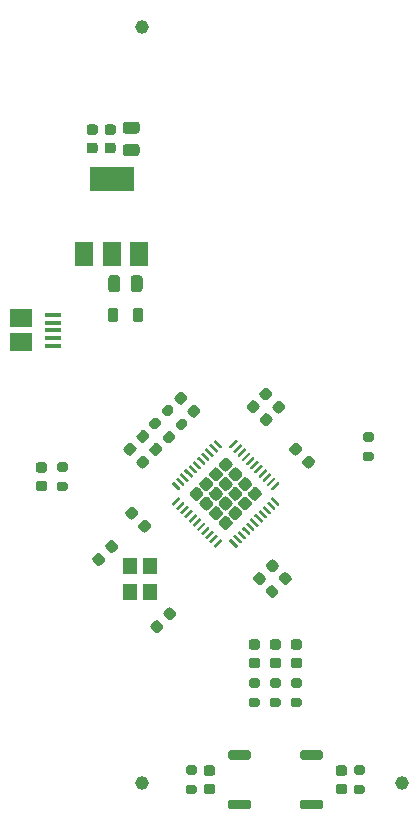
<source format=gbr>
%TF.GenerationSoftware,KiCad,Pcbnew,(5.1.8)-1*%
%TF.CreationDate,2021-01-03T14:31:24+10:00*%
%TF.ProjectId,OpenRetroPad,4f70656e-5265-4747-926f-5061642e6b69,rev?*%
%TF.SameCoordinates,Original*%
%TF.FileFunction,Paste,Top*%
%TF.FilePolarity,Positive*%
%FSLAX46Y46*%
G04 Gerber Fmt 4.6, Leading zero omitted, Abs format (unit mm)*
G04 Created by KiCad (PCBNEW (5.1.8)-1) date 2021-01-03 14:31:24*
%MOMM*%
%LPD*%
G01*
G04 APERTURE LIST*
%ADD10C,1.152000*%
%ADD11R,1.900000X1.500000*%
%ADD12R,1.350000X0.400000*%
%ADD13R,1.200000X1.400000*%
%ADD14R,3.800000X2.000000*%
%ADD15R,1.500000X2.000000*%
G04 APERTURE END LIST*
D10*
%TO.C,FID3*%
X140760000Y-126230000D03*
%TD*%
%TO.C,FID2*%
X118760000Y-126230000D03*
%TD*%
%TO.C,FID1*%
X118760000Y-62230000D03*
%TD*%
%TO.C,R9*%
G36*
G01*
X112289000Y-99905000D02*
X111739000Y-99905000D01*
G75*
G02*
X111539000Y-99705000I0J200000D01*
G01*
X111539000Y-99305000D01*
G75*
G02*
X111739000Y-99105000I200000J0D01*
G01*
X112289000Y-99105000D01*
G75*
G02*
X112489000Y-99305000I0J-200000D01*
G01*
X112489000Y-99705000D01*
G75*
G02*
X112289000Y-99905000I-200000J0D01*
G01*
G37*
G36*
G01*
X112289000Y-101555000D02*
X111739000Y-101555000D01*
G75*
G02*
X111539000Y-101355000I0J200000D01*
G01*
X111539000Y-100955000D01*
G75*
G02*
X111739000Y-100755000I200000J0D01*
G01*
X112289000Y-100755000D01*
G75*
G02*
X112489000Y-100955000I0J-200000D01*
G01*
X112489000Y-101355000D01*
G75*
G02*
X112289000Y-101555000I-200000J0D01*
G01*
G37*
%TD*%
%TO.C,D4*%
G36*
G01*
X110492250Y-99980000D02*
X109979750Y-99980000D01*
G75*
G02*
X109761000Y-99761250I0J218750D01*
G01*
X109761000Y-99323750D01*
G75*
G02*
X109979750Y-99105000I218750J0D01*
G01*
X110492250Y-99105000D01*
G75*
G02*
X110711000Y-99323750I0J-218750D01*
G01*
X110711000Y-99761250D01*
G75*
G02*
X110492250Y-99980000I-218750J0D01*
G01*
G37*
G36*
G01*
X110492250Y-101555000D02*
X109979750Y-101555000D01*
G75*
G02*
X109761000Y-101336250I0J218750D01*
G01*
X109761000Y-100898750D01*
G75*
G02*
X109979750Y-100680000I218750J0D01*
G01*
X110492250Y-100680000D01*
G75*
G02*
X110711000Y-100898750I0J-218750D01*
G01*
X110711000Y-101336250D01*
G75*
G02*
X110492250Y-101555000I-218750J0D01*
G01*
G37*
%TD*%
%TO.C,R8*%
G36*
G01*
X130323000Y-118193000D02*
X129773000Y-118193000D01*
G75*
G02*
X129573000Y-117993000I0J200000D01*
G01*
X129573000Y-117593000D01*
G75*
G02*
X129773000Y-117393000I200000J0D01*
G01*
X130323000Y-117393000D01*
G75*
G02*
X130523000Y-117593000I0J-200000D01*
G01*
X130523000Y-117993000D01*
G75*
G02*
X130323000Y-118193000I-200000J0D01*
G01*
G37*
G36*
G01*
X130323000Y-119843000D02*
X129773000Y-119843000D01*
G75*
G02*
X129573000Y-119643000I0J200000D01*
G01*
X129573000Y-119243000D01*
G75*
G02*
X129773000Y-119043000I200000J0D01*
G01*
X130323000Y-119043000D01*
G75*
G02*
X130523000Y-119243000I0J-200000D01*
G01*
X130523000Y-119643000D01*
G75*
G02*
X130323000Y-119843000I-200000J0D01*
G01*
G37*
%TD*%
%TO.C,R7*%
G36*
G01*
X128545000Y-118193000D02*
X127995000Y-118193000D01*
G75*
G02*
X127795000Y-117993000I0J200000D01*
G01*
X127795000Y-117593000D01*
G75*
G02*
X127995000Y-117393000I200000J0D01*
G01*
X128545000Y-117393000D01*
G75*
G02*
X128745000Y-117593000I0J-200000D01*
G01*
X128745000Y-117993000D01*
G75*
G02*
X128545000Y-118193000I-200000J0D01*
G01*
G37*
G36*
G01*
X128545000Y-119843000D02*
X127995000Y-119843000D01*
G75*
G02*
X127795000Y-119643000I0J200000D01*
G01*
X127795000Y-119243000D01*
G75*
G02*
X127995000Y-119043000I200000J0D01*
G01*
X128545000Y-119043000D01*
G75*
G02*
X128745000Y-119243000I0J-200000D01*
G01*
X128745000Y-119643000D01*
G75*
G02*
X128545000Y-119843000I-200000J0D01*
G01*
G37*
%TD*%
%TO.C,D3*%
G36*
G01*
X129791750Y-115666000D02*
X130304250Y-115666000D01*
G75*
G02*
X130523000Y-115884750I0J-218750D01*
G01*
X130523000Y-116322250D01*
G75*
G02*
X130304250Y-116541000I-218750J0D01*
G01*
X129791750Y-116541000D01*
G75*
G02*
X129573000Y-116322250I0J218750D01*
G01*
X129573000Y-115884750D01*
G75*
G02*
X129791750Y-115666000I218750J0D01*
G01*
G37*
G36*
G01*
X129791750Y-114091000D02*
X130304250Y-114091000D01*
G75*
G02*
X130523000Y-114309750I0J-218750D01*
G01*
X130523000Y-114747250D01*
G75*
G02*
X130304250Y-114966000I-218750J0D01*
G01*
X129791750Y-114966000D01*
G75*
G02*
X129573000Y-114747250I0J218750D01*
G01*
X129573000Y-114309750D01*
G75*
G02*
X129791750Y-114091000I218750J0D01*
G01*
G37*
%TD*%
%TO.C,D2*%
G36*
G01*
X128013750Y-115666000D02*
X128526250Y-115666000D01*
G75*
G02*
X128745000Y-115884750I0J-218750D01*
G01*
X128745000Y-116322250D01*
G75*
G02*
X128526250Y-116541000I-218750J0D01*
G01*
X128013750Y-116541000D01*
G75*
G02*
X127795000Y-116322250I0J218750D01*
G01*
X127795000Y-115884750D01*
G75*
G02*
X128013750Y-115666000I218750J0D01*
G01*
G37*
G36*
G01*
X128013750Y-114091000D02*
X128526250Y-114091000D01*
G75*
G02*
X128745000Y-114309750I0J-218750D01*
G01*
X128745000Y-114747250D01*
G75*
G02*
X128526250Y-114966000I-218750J0D01*
G01*
X128013750Y-114966000D01*
G75*
G02*
X127795000Y-114747250I0J218750D01*
G01*
X127795000Y-114309750D01*
G75*
G02*
X128013750Y-114091000I218750J0D01*
G01*
G37*
%TD*%
%TO.C,SW1*%
G36*
G01*
X132296000Y-123484000D02*
X133896000Y-123484000D01*
G75*
G02*
X134096000Y-123684000I0J-200000D01*
G01*
X134096000Y-124084000D01*
G75*
G02*
X133896000Y-124284000I-200000J0D01*
G01*
X132296000Y-124284000D01*
G75*
G02*
X132096000Y-124084000I0J200000D01*
G01*
X132096000Y-123684000D01*
G75*
G02*
X132296000Y-123484000I200000J0D01*
G01*
G37*
G36*
G01*
X132296000Y-127684000D02*
X133896000Y-127684000D01*
G75*
G02*
X134096000Y-127884000I0J-200000D01*
G01*
X134096000Y-128284000D01*
G75*
G02*
X133896000Y-128484000I-200000J0D01*
G01*
X132296000Y-128484000D01*
G75*
G02*
X132096000Y-128284000I0J200000D01*
G01*
X132096000Y-127884000D01*
G75*
G02*
X132296000Y-127684000I200000J0D01*
G01*
G37*
%TD*%
%TO.C,SW2*%
G36*
G01*
X126200000Y-123484000D02*
X127800000Y-123484000D01*
G75*
G02*
X128000000Y-123684000I0J-200000D01*
G01*
X128000000Y-124084000D01*
G75*
G02*
X127800000Y-124284000I-200000J0D01*
G01*
X126200000Y-124284000D01*
G75*
G02*
X126000000Y-124084000I0J200000D01*
G01*
X126000000Y-123684000D01*
G75*
G02*
X126200000Y-123484000I200000J0D01*
G01*
G37*
G36*
G01*
X126200000Y-127684000D02*
X127800000Y-127684000D01*
G75*
G02*
X128000000Y-127884000I0J-200000D01*
G01*
X128000000Y-128284000D01*
G75*
G02*
X127800000Y-128484000I-200000J0D01*
G01*
X126200000Y-128484000D01*
G75*
G02*
X126000000Y-128284000I0J200000D01*
G01*
X126000000Y-127884000D01*
G75*
G02*
X126200000Y-127684000I200000J0D01*
G01*
G37*
%TD*%
D11*
%TO.C,J1*%
X108522500Y-86930000D03*
D12*
X111222500Y-87930000D03*
X111222500Y-88580000D03*
X111222500Y-89230000D03*
X111222500Y-86630000D03*
X111222500Y-87280000D03*
D11*
X108522500Y-88930000D03*
%TD*%
D13*
%TO.C,Y1*%
X117768000Y-110066000D03*
X117768000Y-107866000D03*
X119468000Y-107866000D03*
X119468000Y-110066000D03*
%TD*%
%TO.C,R6*%
G36*
G01*
X138197000Y-97365000D02*
X137647000Y-97365000D01*
G75*
G02*
X137447000Y-97165000I0J200000D01*
G01*
X137447000Y-96765000D01*
G75*
G02*
X137647000Y-96565000I200000J0D01*
G01*
X138197000Y-96565000D01*
G75*
G02*
X138397000Y-96765000I0J-200000D01*
G01*
X138397000Y-97165000D01*
G75*
G02*
X138197000Y-97365000I-200000J0D01*
G01*
G37*
G36*
G01*
X138197000Y-99015000D02*
X137647000Y-99015000D01*
G75*
G02*
X137447000Y-98815000I0J200000D01*
G01*
X137447000Y-98415000D01*
G75*
G02*
X137647000Y-98215000I200000J0D01*
G01*
X138197000Y-98215000D01*
G75*
G02*
X138397000Y-98415000I0J-200000D01*
G01*
X138397000Y-98815000D01*
G75*
G02*
X138197000Y-99015000I-200000J0D01*
G01*
G37*
%TD*%
%TO.C,U2*%
G36*
G01*
X125303560Y-104065403D02*
X125656156Y-103712807D01*
G75*
G02*
X126008752Y-103712807I176298J-176298D01*
G01*
X126361348Y-104065403D01*
G75*
G02*
X126361348Y-104417999I-176298J-176298D01*
G01*
X126008752Y-104770595D01*
G75*
G02*
X125656156Y-104770595I-176298J176298D01*
G01*
X125303560Y-104417999D01*
G75*
G02*
X125303560Y-104065403I176298J176298D01*
G01*
G37*
G36*
G01*
X126125572Y-103243391D02*
X126478168Y-102890795D01*
G75*
G02*
X126830764Y-102890795I176298J-176298D01*
G01*
X127183360Y-103243391D01*
G75*
G02*
X127183360Y-103595987I-176298J-176298D01*
G01*
X126830764Y-103948583D01*
G75*
G02*
X126478168Y-103948583I-176298J176298D01*
G01*
X126125572Y-103595987D01*
G75*
G02*
X126125572Y-103243391I176298J176298D01*
G01*
G37*
G36*
G01*
X126947583Y-102421380D02*
X127300179Y-102068784D01*
G75*
G02*
X127652775Y-102068784I176298J-176298D01*
G01*
X128005371Y-102421380D01*
G75*
G02*
X128005371Y-102773976I-176298J-176298D01*
G01*
X127652775Y-103126572D01*
G75*
G02*
X127300179Y-103126572I-176298J176298D01*
G01*
X126947583Y-102773976D01*
G75*
G02*
X126947583Y-102421380I176298J176298D01*
G01*
G37*
G36*
G01*
X127769595Y-101599368D02*
X128122191Y-101246772D01*
G75*
G02*
X128474787Y-101246772I176298J-176298D01*
G01*
X128827383Y-101599368D01*
G75*
G02*
X128827383Y-101951964I-176298J-176298D01*
G01*
X128474787Y-102304560D01*
G75*
G02*
X128122191Y-102304560I-176298J176298D01*
G01*
X127769595Y-101951964D01*
G75*
G02*
X127769595Y-101599368I176298J176298D01*
G01*
G37*
G36*
G01*
X124481548Y-103243391D02*
X124834144Y-102890795D01*
G75*
G02*
X125186740Y-102890795I176298J-176298D01*
G01*
X125539336Y-103243391D01*
G75*
G02*
X125539336Y-103595987I-176298J-176298D01*
G01*
X125186740Y-103948583D01*
G75*
G02*
X124834144Y-103948583I-176298J176298D01*
G01*
X124481548Y-103595987D01*
G75*
G02*
X124481548Y-103243391I176298J176298D01*
G01*
G37*
G36*
G01*
X125303560Y-102421380D02*
X125656156Y-102068784D01*
G75*
G02*
X126008752Y-102068784I176298J-176298D01*
G01*
X126361348Y-102421380D01*
G75*
G02*
X126361348Y-102773976I-176298J-176298D01*
G01*
X126008752Y-103126572D01*
G75*
G02*
X125656156Y-103126572I-176298J176298D01*
G01*
X125303560Y-102773976D01*
G75*
G02*
X125303560Y-102421380I176298J176298D01*
G01*
G37*
G36*
G01*
X126125572Y-101599368D02*
X126478168Y-101246772D01*
G75*
G02*
X126830764Y-101246772I176298J-176298D01*
G01*
X127183360Y-101599368D01*
G75*
G02*
X127183360Y-101951964I-176298J-176298D01*
G01*
X126830764Y-102304560D01*
G75*
G02*
X126478168Y-102304560I-176298J176298D01*
G01*
X126125572Y-101951964D01*
G75*
G02*
X126125572Y-101599368I176298J176298D01*
G01*
G37*
G36*
G01*
X126947583Y-100777356D02*
X127300179Y-100424760D01*
G75*
G02*
X127652775Y-100424760I176298J-176298D01*
G01*
X128005371Y-100777356D01*
G75*
G02*
X128005371Y-101129952I-176298J-176298D01*
G01*
X127652775Y-101482548D01*
G75*
G02*
X127300179Y-101482548I-176298J176298D01*
G01*
X126947583Y-101129952D01*
G75*
G02*
X126947583Y-100777356I176298J176298D01*
G01*
G37*
G36*
G01*
X123659537Y-102421380D02*
X124012133Y-102068784D01*
G75*
G02*
X124364729Y-102068784I176298J-176298D01*
G01*
X124717325Y-102421380D01*
G75*
G02*
X124717325Y-102773976I-176298J-176298D01*
G01*
X124364729Y-103126572D01*
G75*
G02*
X124012133Y-103126572I-176298J176298D01*
G01*
X123659537Y-102773976D01*
G75*
G02*
X123659537Y-102421380I176298J176298D01*
G01*
G37*
G36*
G01*
X124481548Y-101599368D02*
X124834144Y-101246772D01*
G75*
G02*
X125186740Y-101246772I176298J-176298D01*
G01*
X125539336Y-101599368D01*
G75*
G02*
X125539336Y-101951964I-176298J-176298D01*
G01*
X125186740Y-102304560D01*
G75*
G02*
X124834144Y-102304560I-176298J176298D01*
G01*
X124481548Y-101951964D01*
G75*
G02*
X124481548Y-101599368I176298J176298D01*
G01*
G37*
G36*
G01*
X125303560Y-100777356D02*
X125656156Y-100424760D01*
G75*
G02*
X126008752Y-100424760I176298J-176298D01*
G01*
X126361348Y-100777356D01*
G75*
G02*
X126361348Y-101129952I-176298J-176298D01*
G01*
X126008752Y-101482548D01*
G75*
G02*
X125656156Y-101482548I-176298J176298D01*
G01*
X125303560Y-101129952D01*
G75*
G02*
X125303560Y-100777356I176298J176298D01*
G01*
G37*
G36*
G01*
X126125572Y-99955345D02*
X126478168Y-99602749D01*
G75*
G02*
X126830764Y-99602749I176298J-176298D01*
G01*
X127183360Y-99955345D01*
G75*
G02*
X127183360Y-100307941I-176298J-176298D01*
G01*
X126830764Y-100660537D01*
G75*
G02*
X126478168Y-100660537I-176298J176298D01*
G01*
X126125572Y-100307941D01*
G75*
G02*
X126125572Y-99955345I176298J176298D01*
G01*
G37*
G36*
G01*
X122837525Y-101599368D02*
X123190121Y-101246772D01*
G75*
G02*
X123542717Y-101246772I176298J-176298D01*
G01*
X123895313Y-101599368D01*
G75*
G02*
X123895313Y-101951964I-176298J-176298D01*
G01*
X123542717Y-102304560D01*
G75*
G02*
X123190121Y-102304560I-176298J176298D01*
G01*
X122837525Y-101951964D01*
G75*
G02*
X122837525Y-101599368I176298J176298D01*
G01*
G37*
G36*
G01*
X123659537Y-100777356D02*
X124012133Y-100424760D01*
G75*
G02*
X124364729Y-100424760I176298J-176298D01*
G01*
X124717325Y-100777356D01*
G75*
G02*
X124717325Y-101129952I-176298J-176298D01*
G01*
X124364729Y-101482548D01*
G75*
G02*
X124012133Y-101482548I-176298J176298D01*
G01*
X123659537Y-101129952D01*
G75*
G02*
X123659537Y-100777356I176298J176298D01*
G01*
G37*
G36*
G01*
X124481548Y-99955345D02*
X124834144Y-99602749D01*
G75*
G02*
X125186740Y-99602749I176298J-176298D01*
G01*
X125539336Y-99955345D01*
G75*
G02*
X125539336Y-100307941I-176298J-176298D01*
G01*
X125186740Y-100660537D01*
G75*
G02*
X124834144Y-100660537I-176298J176298D01*
G01*
X124481548Y-100307941D01*
G75*
G02*
X124481548Y-99955345I176298J176298D01*
G01*
G37*
G36*
G01*
X125303560Y-99133333D02*
X125656156Y-98780737D01*
G75*
G02*
X126008752Y-98780737I176298J-176298D01*
G01*
X126361348Y-99133333D01*
G75*
G02*
X126361348Y-99485929I-176298J-176298D01*
G01*
X126008752Y-99838525D01*
G75*
G02*
X125656156Y-99838525I-176298J176298D01*
G01*
X125303560Y-99485929D01*
G75*
G02*
X125303560Y-99133333I176298J176298D01*
G01*
G37*
G36*
G01*
X126141814Y-97753996D02*
X126672144Y-97223666D01*
G75*
G02*
X126760532Y-97223666I44194J-44194D01*
G01*
X126848920Y-97312054D01*
G75*
G02*
X126848920Y-97400442I-44194J-44194D01*
G01*
X126318590Y-97930772D01*
G75*
G02*
X126230202Y-97930772I-44194J44194D01*
G01*
X126141814Y-97842384D01*
G75*
G02*
X126141814Y-97753996I44194J44194D01*
G01*
G37*
G36*
G01*
X126495367Y-98107550D02*
X127025697Y-97577220D01*
G75*
G02*
X127114085Y-97577220I44194J-44194D01*
G01*
X127202473Y-97665608D01*
G75*
G02*
X127202473Y-97753996I-44194J-44194D01*
G01*
X126672143Y-98284326D01*
G75*
G02*
X126583755Y-98284326I-44194J44194D01*
G01*
X126495367Y-98195938D01*
G75*
G02*
X126495367Y-98107550I44194J44194D01*
G01*
G37*
G36*
G01*
X126848920Y-98461103D02*
X127379250Y-97930773D01*
G75*
G02*
X127467638Y-97930773I44194J-44194D01*
G01*
X127556026Y-98019161D01*
G75*
G02*
X127556026Y-98107549I-44194J-44194D01*
G01*
X127025696Y-98637879D01*
G75*
G02*
X126937308Y-98637879I-44194J44194D01*
G01*
X126848920Y-98549491D01*
G75*
G02*
X126848920Y-98461103I44194J44194D01*
G01*
G37*
G36*
G01*
X127202474Y-98814657D02*
X127732804Y-98284327D01*
G75*
G02*
X127821192Y-98284327I44194J-44194D01*
G01*
X127909580Y-98372715D01*
G75*
G02*
X127909580Y-98461103I-44194J-44194D01*
G01*
X127379250Y-98991433D01*
G75*
G02*
X127290862Y-98991433I-44194J44194D01*
G01*
X127202474Y-98903045D01*
G75*
G02*
X127202474Y-98814657I44194J44194D01*
G01*
G37*
G36*
G01*
X127556027Y-99168210D02*
X128086357Y-98637880D01*
G75*
G02*
X128174745Y-98637880I44194J-44194D01*
G01*
X128263133Y-98726268D01*
G75*
G02*
X128263133Y-98814656I-44194J-44194D01*
G01*
X127732803Y-99344986D01*
G75*
G02*
X127644415Y-99344986I-44194J44194D01*
G01*
X127556027Y-99256598D01*
G75*
G02*
X127556027Y-99168210I44194J44194D01*
G01*
G37*
G36*
G01*
X127909581Y-99521763D02*
X128439911Y-98991433D01*
G75*
G02*
X128528299Y-98991433I44194J-44194D01*
G01*
X128616687Y-99079821D01*
G75*
G02*
X128616687Y-99168209I-44194J-44194D01*
G01*
X128086357Y-99698539D01*
G75*
G02*
X127997969Y-99698539I-44194J44194D01*
G01*
X127909581Y-99610151D01*
G75*
G02*
X127909581Y-99521763I44194J44194D01*
G01*
G37*
G36*
G01*
X128263134Y-99875317D02*
X128793464Y-99344987D01*
G75*
G02*
X128881852Y-99344987I44194J-44194D01*
G01*
X128970240Y-99433375D01*
G75*
G02*
X128970240Y-99521763I-44194J-44194D01*
G01*
X128439910Y-100052093D01*
G75*
G02*
X128351522Y-100052093I-44194J44194D01*
G01*
X128263134Y-99963705D01*
G75*
G02*
X128263134Y-99875317I44194J44194D01*
G01*
G37*
G36*
G01*
X128616687Y-100228870D02*
X129147017Y-99698540D01*
G75*
G02*
X129235405Y-99698540I44194J-44194D01*
G01*
X129323793Y-99786928D01*
G75*
G02*
X129323793Y-99875316I-44194J-44194D01*
G01*
X128793463Y-100405646D01*
G75*
G02*
X128705075Y-100405646I-44194J44194D01*
G01*
X128616687Y-100317258D01*
G75*
G02*
X128616687Y-100228870I44194J44194D01*
G01*
G37*
G36*
G01*
X128970241Y-100582424D02*
X129500571Y-100052094D01*
G75*
G02*
X129588959Y-100052094I44194J-44194D01*
G01*
X129677347Y-100140482D01*
G75*
G02*
X129677347Y-100228870I-44194J-44194D01*
G01*
X129147017Y-100759200D01*
G75*
G02*
X129058629Y-100759200I-44194J44194D01*
G01*
X128970241Y-100670812D01*
G75*
G02*
X128970241Y-100582424I44194J44194D01*
G01*
G37*
G36*
G01*
X129323794Y-100935977D02*
X129854124Y-100405647D01*
G75*
G02*
X129942512Y-100405647I44194J-44194D01*
G01*
X130030900Y-100494035D01*
G75*
G02*
X130030900Y-100582423I-44194J-44194D01*
G01*
X129500570Y-101112753D01*
G75*
G02*
X129412182Y-101112753I-44194J44194D01*
G01*
X129323794Y-101024365D01*
G75*
G02*
X129323794Y-100935977I44194J44194D01*
G01*
G37*
G36*
G01*
X129677348Y-101289530D02*
X130207678Y-100759200D01*
G75*
G02*
X130296066Y-100759200I44194J-44194D01*
G01*
X130384454Y-100847588D01*
G75*
G02*
X130384454Y-100935976I-44194J-44194D01*
G01*
X129854124Y-101466306D01*
G75*
G02*
X129765736Y-101466306I-44194J44194D01*
G01*
X129677348Y-101377918D01*
G75*
G02*
X129677348Y-101289530I44194J44194D01*
G01*
G37*
G36*
G01*
X129677348Y-102173414D02*
X129765736Y-102085026D01*
G75*
G02*
X129854124Y-102085026I44194J-44194D01*
G01*
X130384454Y-102615356D01*
G75*
G02*
X130384454Y-102703744I-44194J-44194D01*
G01*
X130296066Y-102792132D01*
G75*
G02*
X130207678Y-102792132I-44194J44194D01*
G01*
X129677348Y-102261802D01*
G75*
G02*
X129677348Y-102173414I44194J44194D01*
G01*
G37*
G36*
G01*
X129323794Y-102526967D02*
X129412182Y-102438579D01*
G75*
G02*
X129500570Y-102438579I44194J-44194D01*
G01*
X130030900Y-102968909D01*
G75*
G02*
X130030900Y-103057297I-44194J-44194D01*
G01*
X129942512Y-103145685D01*
G75*
G02*
X129854124Y-103145685I-44194J44194D01*
G01*
X129323794Y-102615355D01*
G75*
G02*
X129323794Y-102526967I44194J44194D01*
G01*
G37*
G36*
G01*
X128970241Y-102880520D02*
X129058629Y-102792132D01*
G75*
G02*
X129147017Y-102792132I44194J-44194D01*
G01*
X129677347Y-103322462D01*
G75*
G02*
X129677347Y-103410850I-44194J-44194D01*
G01*
X129588959Y-103499238D01*
G75*
G02*
X129500571Y-103499238I-44194J44194D01*
G01*
X128970241Y-102968908D01*
G75*
G02*
X128970241Y-102880520I44194J44194D01*
G01*
G37*
G36*
G01*
X128616687Y-103234074D02*
X128705075Y-103145686D01*
G75*
G02*
X128793463Y-103145686I44194J-44194D01*
G01*
X129323793Y-103676016D01*
G75*
G02*
X129323793Y-103764404I-44194J-44194D01*
G01*
X129235405Y-103852792D01*
G75*
G02*
X129147017Y-103852792I-44194J44194D01*
G01*
X128616687Y-103322462D01*
G75*
G02*
X128616687Y-103234074I44194J44194D01*
G01*
G37*
G36*
G01*
X128263134Y-103587627D02*
X128351522Y-103499239D01*
G75*
G02*
X128439910Y-103499239I44194J-44194D01*
G01*
X128970240Y-104029569D01*
G75*
G02*
X128970240Y-104117957I-44194J-44194D01*
G01*
X128881852Y-104206345D01*
G75*
G02*
X128793464Y-104206345I-44194J44194D01*
G01*
X128263134Y-103676015D01*
G75*
G02*
X128263134Y-103587627I44194J44194D01*
G01*
G37*
G36*
G01*
X127909581Y-103941181D02*
X127997969Y-103852793D01*
G75*
G02*
X128086357Y-103852793I44194J-44194D01*
G01*
X128616687Y-104383123D01*
G75*
G02*
X128616687Y-104471511I-44194J-44194D01*
G01*
X128528299Y-104559899D01*
G75*
G02*
X128439911Y-104559899I-44194J44194D01*
G01*
X127909581Y-104029569D01*
G75*
G02*
X127909581Y-103941181I44194J44194D01*
G01*
G37*
G36*
G01*
X127556027Y-104294734D02*
X127644415Y-104206346D01*
G75*
G02*
X127732803Y-104206346I44194J-44194D01*
G01*
X128263133Y-104736676D01*
G75*
G02*
X128263133Y-104825064I-44194J-44194D01*
G01*
X128174745Y-104913452D01*
G75*
G02*
X128086357Y-104913452I-44194J44194D01*
G01*
X127556027Y-104383122D01*
G75*
G02*
X127556027Y-104294734I44194J44194D01*
G01*
G37*
G36*
G01*
X127202474Y-104648287D02*
X127290862Y-104559899D01*
G75*
G02*
X127379250Y-104559899I44194J-44194D01*
G01*
X127909580Y-105090229D01*
G75*
G02*
X127909580Y-105178617I-44194J-44194D01*
G01*
X127821192Y-105267005D01*
G75*
G02*
X127732804Y-105267005I-44194J44194D01*
G01*
X127202474Y-104736675D01*
G75*
G02*
X127202474Y-104648287I44194J44194D01*
G01*
G37*
G36*
G01*
X126848920Y-105001841D02*
X126937308Y-104913453D01*
G75*
G02*
X127025696Y-104913453I44194J-44194D01*
G01*
X127556026Y-105443783D01*
G75*
G02*
X127556026Y-105532171I-44194J-44194D01*
G01*
X127467638Y-105620559D01*
G75*
G02*
X127379250Y-105620559I-44194J44194D01*
G01*
X126848920Y-105090229D01*
G75*
G02*
X126848920Y-105001841I44194J44194D01*
G01*
G37*
G36*
G01*
X126495367Y-105355394D02*
X126583755Y-105267006D01*
G75*
G02*
X126672143Y-105267006I44194J-44194D01*
G01*
X127202473Y-105797336D01*
G75*
G02*
X127202473Y-105885724I-44194J-44194D01*
G01*
X127114085Y-105974112D01*
G75*
G02*
X127025697Y-105974112I-44194J44194D01*
G01*
X126495367Y-105443782D01*
G75*
G02*
X126495367Y-105355394I44194J44194D01*
G01*
G37*
G36*
G01*
X126141814Y-105708948D02*
X126230202Y-105620560D01*
G75*
G02*
X126318590Y-105620560I44194J-44194D01*
G01*
X126848920Y-106150890D01*
G75*
G02*
X126848920Y-106239278I-44194J-44194D01*
G01*
X126760532Y-106327666D01*
G75*
G02*
X126672144Y-106327666I-44194J44194D01*
G01*
X126141814Y-105797336D01*
G75*
G02*
X126141814Y-105708948I44194J44194D01*
G01*
G37*
G36*
G01*
X124815988Y-106150890D02*
X125346318Y-105620560D01*
G75*
G02*
X125434706Y-105620560I44194J-44194D01*
G01*
X125523094Y-105708948D01*
G75*
G02*
X125523094Y-105797336I-44194J-44194D01*
G01*
X124992764Y-106327666D01*
G75*
G02*
X124904376Y-106327666I-44194J44194D01*
G01*
X124815988Y-106239278D01*
G75*
G02*
X124815988Y-106150890I44194J44194D01*
G01*
G37*
G36*
G01*
X124462435Y-105797336D02*
X124992765Y-105267006D01*
G75*
G02*
X125081153Y-105267006I44194J-44194D01*
G01*
X125169541Y-105355394D01*
G75*
G02*
X125169541Y-105443782I-44194J-44194D01*
G01*
X124639211Y-105974112D01*
G75*
G02*
X124550823Y-105974112I-44194J44194D01*
G01*
X124462435Y-105885724D01*
G75*
G02*
X124462435Y-105797336I44194J44194D01*
G01*
G37*
G36*
G01*
X124108882Y-105443783D02*
X124639212Y-104913453D01*
G75*
G02*
X124727600Y-104913453I44194J-44194D01*
G01*
X124815988Y-105001841D01*
G75*
G02*
X124815988Y-105090229I-44194J-44194D01*
G01*
X124285658Y-105620559D01*
G75*
G02*
X124197270Y-105620559I-44194J44194D01*
G01*
X124108882Y-105532171D01*
G75*
G02*
X124108882Y-105443783I44194J44194D01*
G01*
G37*
G36*
G01*
X123755328Y-105090229D02*
X124285658Y-104559899D01*
G75*
G02*
X124374046Y-104559899I44194J-44194D01*
G01*
X124462434Y-104648287D01*
G75*
G02*
X124462434Y-104736675I-44194J-44194D01*
G01*
X123932104Y-105267005D01*
G75*
G02*
X123843716Y-105267005I-44194J44194D01*
G01*
X123755328Y-105178617D01*
G75*
G02*
X123755328Y-105090229I44194J44194D01*
G01*
G37*
G36*
G01*
X123401775Y-104736676D02*
X123932105Y-104206346D01*
G75*
G02*
X124020493Y-104206346I44194J-44194D01*
G01*
X124108881Y-104294734D01*
G75*
G02*
X124108881Y-104383122I-44194J-44194D01*
G01*
X123578551Y-104913452D01*
G75*
G02*
X123490163Y-104913452I-44194J44194D01*
G01*
X123401775Y-104825064D01*
G75*
G02*
X123401775Y-104736676I44194J44194D01*
G01*
G37*
G36*
G01*
X123048221Y-104383123D02*
X123578551Y-103852793D01*
G75*
G02*
X123666939Y-103852793I44194J-44194D01*
G01*
X123755327Y-103941181D01*
G75*
G02*
X123755327Y-104029569I-44194J-44194D01*
G01*
X123224997Y-104559899D01*
G75*
G02*
X123136609Y-104559899I-44194J44194D01*
G01*
X123048221Y-104471511D01*
G75*
G02*
X123048221Y-104383123I44194J44194D01*
G01*
G37*
G36*
G01*
X122694668Y-104029569D02*
X123224998Y-103499239D01*
G75*
G02*
X123313386Y-103499239I44194J-44194D01*
G01*
X123401774Y-103587627D01*
G75*
G02*
X123401774Y-103676015I-44194J-44194D01*
G01*
X122871444Y-104206345D01*
G75*
G02*
X122783056Y-104206345I-44194J44194D01*
G01*
X122694668Y-104117957D01*
G75*
G02*
X122694668Y-104029569I44194J44194D01*
G01*
G37*
G36*
G01*
X122341115Y-103676016D02*
X122871445Y-103145686D01*
G75*
G02*
X122959833Y-103145686I44194J-44194D01*
G01*
X123048221Y-103234074D01*
G75*
G02*
X123048221Y-103322462I-44194J-44194D01*
G01*
X122517891Y-103852792D01*
G75*
G02*
X122429503Y-103852792I-44194J44194D01*
G01*
X122341115Y-103764404D01*
G75*
G02*
X122341115Y-103676016I44194J44194D01*
G01*
G37*
G36*
G01*
X121987561Y-103322462D02*
X122517891Y-102792132D01*
G75*
G02*
X122606279Y-102792132I44194J-44194D01*
G01*
X122694667Y-102880520D01*
G75*
G02*
X122694667Y-102968908I-44194J-44194D01*
G01*
X122164337Y-103499238D01*
G75*
G02*
X122075949Y-103499238I-44194J44194D01*
G01*
X121987561Y-103410850D01*
G75*
G02*
X121987561Y-103322462I44194J44194D01*
G01*
G37*
G36*
G01*
X121634008Y-102968909D02*
X122164338Y-102438579D01*
G75*
G02*
X122252726Y-102438579I44194J-44194D01*
G01*
X122341114Y-102526967D01*
G75*
G02*
X122341114Y-102615355I-44194J-44194D01*
G01*
X121810784Y-103145685D01*
G75*
G02*
X121722396Y-103145685I-44194J44194D01*
G01*
X121634008Y-103057297D01*
G75*
G02*
X121634008Y-102968909I44194J44194D01*
G01*
G37*
G36*
G01*
X121280454Y-102615356D02*
X121810784Y-102085026D01*
G75*
G02*
X121899172Y-102085026I44194J-44194D01*
G01*
X121987560Y-102173414D01*
G75*
G02*
X121987560Y-102261802I-44194J-44194D01*
G01*
X121457230Y-102792132D01*
G75*
G02*
X121368842Y-102792132I-44194J44194D01*
G01*
X121280454Y-102703744D01*
G75*
G02*
X121280454Y-102615356I44194J44194D01*
G01*
G37*
G36*
G01*
X121280454Y-100847588D02*
X121368842Y-100759200D01*
G75*
G02*
X121457230Y-100759200I44194J-44194D01*
G01*
X121987560Y-101289530D01*
G75*
G02*
X121987560Y-101377918I-44194J-44194D01*
G01*
X121899172Y-101466306D01*
G75*
G02*
X121810784Y-101466306I-44194J44194D01*
G01*
X121280454Y-100935976D01*
G75*
G02*
X121280454Y-100847588I44194J44194D01*
G01*
G37*
G36*
G01*
X121634008Y-100494035D02*
X121722396Y-100405647D01*
G75*
G02*
X121810784Y-100405647I44194J-44194D01*
G01*
X122341114Y-100935977D01*
G75*
G02*
X122341114Y-101024365I-44194J-44194D01*
G01*
X122252726Y-101112753D01*
G75*
G02*
X122164338Y-101112753I-44194J44194D01*
G01*
X121634008Y-100582423D01*
G75*
G02*
X121634008Y-100494035I44194J44194D01*
G01*
G37*
G36*
G01*
X121987561Y-100140482D02*
X122075949Y-100052094D01*
G75*
G02*
X122164337Y-100052094I44194J-44194D01*
G01*
X122694667Y-100582424D01*
G75*
G02*
X122694667Y-100670812I-44194J-44194D01*
G01*
X122606279Y-100759200D01*
G75*
G02*
X122517891Y-100759200I-44194J44194D01*
G01*
X121987561Y-100228870D01*
G75*
G02*
X121987561Y-100140482I44194J44194D01*
G01*
G37*
G36*
G01*
X122341115Y-99786928D02*
X122429503Y-99698540D01*
G75*
G02*
X122517891Y-99698540I44194J-44194D01*
G01*
X123048221Y-100228870D01*
G75*
G02*
X123048221Y-100317258I-44194J-44194D01*
G01*
X122959833Y-100405646D01*
G75*
G02*
X122871445Y-100405646I-44194J44194D01*
G01*
X122341115Y-99875316D01*
G75*
G02*
X122341115Y-99786928I44194J44194D01*
G01*
G37*
G36*
G01*
X122694668Y-99433375D02*
X122783056Y-99344987D01*
G75*
G02*
X122871444Y-99344987I44194J-44194D01*
G01*
X123401774Y-99875317D01*
G75*
G02*
X123401774Y-99963705I-44194J-44194D01*
G01*
X123313386Y-100052093D01*
G75*
G02*
X123224998Y-100052093I-44194J44194D01*
G01*
X122694668Y-99521763D01*
G75*
G02*
X122694668Y-99433375I44194J44194D01*
G01*
G37*
G36*
G01*
X123048221Y-99079821D02*
X123136609Y-98991433D01*
G75*
G02*
X123224997Y-98991433I44194J-44194D01*
G01*
X123755327Y-99521763D01*
G75*
G02*
X123755327Y-99610151I-44194J-44194D01*
G01*
X123666939Y-99698539D01*
G75*
G02*
X123578551Y-99698539I-44194J44194D01*
G01*
X123048221Y-99168209D01*
G75*
G02*
X123048221Y-99079821I44194J44194D01*
G01*
G37*
G36*
G01*
X123401775Y-98726268D02*
X123490163Y-98637880D01*
G75*
G02*
X123578551Y-98637880I44194J-44194D01*
G01*
X124108881Y-99168210D01*
G75*
G02*
X124108881Y-99256598I-44194J-44194D01*
G01*
X124020493Y-99344986D01*
G75*
G02*
X123932105Y-99344986I-44194J44194D01*
G01*
X123401775Y-98814656D01*
G75*
G02*
X123401775Y-98726268I44194J44194D01*
G01*
G37*
G36*
G01*
X123755328Y-98372715D02*
X123843716Y-98284327D01*
G75*
G02*
X123932104Y-98284327I44194J-44194D01*
G01*
X124462434Y-98814657D01*
G75*
G02*
X124462434Y-98903045I-44194J-44194D01*
G01*
X124374046Y-98991433D01*
G75*
G02*
X124285658Y-98991433I-44194J44194D01*
G01*
X123755328Y-98461103D01*
G75*
G02*
X123755328Y-98372715I44194J44194D01*
G01*
G37*
G36*
G01*
X124108882Y-98019161D02*
X124197270Y-97930773D01*
G75*
G02*
X124285658Y-97930773I44194J-44194D01*
G01*
X124815988Y-98461103D01*
G75*
G02*
X124815988Y-98549491I-44194J-44194D01*
G01*
X124727600Y-98637879D01*
G75*
G02*
X124639212Y-98637879I-44194J44194D01*
G01*
X124108882Y-98107549D01*
G75*
G02*
X124108882Y-98019161I44194J44194D01*
G01*
G37*
G36*
G01*
X124462435Y-97665608D02*
X124550823Y-97577220D01*
G75*
G02*
X124639211Y-97577220I44194J-44194D01*
G01*
X125169541Y-98107550D01*
G75*
G02*
X125169541Y-98195938I-44194J-44194D01*
G01*
X125081153Y-98284326D01*
G75*
G02*
X124992765Y-98284326I-44194J44194D01*
G01*
X124462435Y-97753996D01*
G75*
G02*
X124462435Y-97665608I44194J44194D01*
G01*
G37*
G36*
G01*
X124815988Y-97312054D02*
X124904376Y-97223666D01*
G75*
G02*
X124992764Y-97223666I44194J-44194D01*
G01*
X125523094Y-97753996D01*
G75*
G02*
X125523094Y-97842384I-44194J-44194D01*
G01*
X125434706Y-97930772D01*
G75*
G02*
X125346318Y-97930772I-44194J44194D01*
G01*
X124815988Y-97400442D01*
G75*
G02*
X124815988Y-97312054I44194J44194D01*
G01*
G37*
%TD*%
%TO.C,R3*%
G36*
G01*
X132101000Y-118193000D02*
X131551000Y-118193000D01*
G75*
G02*
X131351000Y-117993000I0J200000D01*
G01*
X131351000Y-117593000D01*
G75*
G02*
X131551000Y-117393000I200000J0D01*
G01*
X132101000Y-117393000D01*
G75*
G02*
X132301000Y-117593000I0J-200000D01*
G01*
X132301000Y-117993000D01*
G75*
G02*
X132101000Y-118193000I-200000J0D01*
G01*
G37*
G36*
G01*
X132101000Y-119843000D02*
X131551000Y-119843000D01*
G75*
G02*
X131351000Y-119643000I0J200000D01*
G01*
X131351000Y-119243000D01*
G75*
G02*
X131551000Y-119043000I200000J0D01*
G01*
X132101000Y-119043000D01*
G75*
G02*
X132301000Y-119243000I0J-200000D01*
G01*
X132301000Y-119643000D01*
G75*
G02*
X132101000Y-119843000I-200000J0D01*
G01*
G37*
%TD*%
%TO.C,D1*%
G36*
G01*
X132082250Y-114966000D02*
X131569750Y-114966000D01*
G75*
G02*
X131351000Y-114747250I0J218750D01*
G01*
X131351000Y-114309750D01*
G75*
G02*
X131569750Y-114091000I218750J0D01*
G01*
X132082250Y-114091000D01*
G75*
G02*
X132301000Y-114309750I0J-218750D01*
G01*
X132301000Y-114747250D01*
G75*
G02*
X132082250Y-114966000I-218750J0D01*
G01*
G37*
G36*
G01*
X132082250Y-116541000D02*
X131569750Y-116541000D01*
G75*
G02*
X131351000Y-116322250I0J218750D01*
G01*
X131351000Y-115884750D01*
G75*
G02*
X131569750Y-115666000I218750J0D01*
G01*
X132082250Y-115666000D01*
G75*
G02*
X132301000Y-115884750I0J-218750D01*
G01*
X132301000Y-116322250D01*
G75*
G02*
X132082250Y-116541000I-218750J0D01*
G01*
G37*
%TD*%
%TO.C,FB1*%
G36*
G01*
X116723000Y-86260750D02*
X116723000Y-87023250D01*
G75*
G02*
X116504250Y-87242000I-218750J0D01*
G01*
X116066750Y-87242000D01*
G75*
G02*
X115848000Y-87023250I0J218750D01*
G01*
X115848000Y-86260750D01*
G75*
G02*
X116066750Y-86042000I218750J0D01*
G01*
X116504250Y-86042000D01*
G75*
G02*
X116723000Y-86260750I0J-218750D01*
G01*
G37*
G36*
G01*
X118848000Y-86260750D02*
X118848000Y-87023250D01*
G75*
G02*
X118629250Y-87242000I-218750J0D01*
G01*
X118191750Y-87242000D01*
G75*
G02*
X117973000Y-87023250I0J218750D01*
G01*
X117973000Y-86260750D01*
G75*
G02*
X118191750Y-86042000I218750J0D01*
G01*
X118629250Y-86042000D01*
G75*
G02*
X118848000Y-86260750I0J-218750D01*
G01*
G37*
%TD*%
%TO.C,C4*%
G36*
G01*
X117355000Y-70270000D02*
X118305000Y-70270000D01*
G75*
G02*
X118555000Y-70520000I0J-250000D01*
G01*
X118555000Y-71020000D01*
G75*
G02*
X118305000Y-71270000I-250000J0D01*
G01*
X117355000Y-71270000D01*
G75*
G02*
X117105000Y-71020000I0J250000D01*
G01*
X117105000Y-70520000D01*
G75*
G02*
X117355000Y-70270000I250000J0D01*
G01*
G37*
G36*
G01*
X117355000Y-72170000D02*
X118305000Y-72170000D01*
G75*
G02*
X118555000Y-72420000I0J-250000D01*
G01*
X118555000Y-72920000D01*
G75*
G02*
X118305000Y-73170000I-250000J0D01*
G01*
X117355000Y-73170000D01*
G75*
G02*
X117105000Y-72920000I0J250000D01*
G01*
X117105000Y-72420000D01*
G75*
G02*
X117355000Y-72170000I250000J0D01*
G01*
G37*
%TD*%
%TO.C,C1*%
G36*
G01*
X115898000Y-84459000D02*
X115898000Y-83509000D01*
G75*
G02*
X116148000Y-83259000I250000J0D01*
G01*
X116648000Y-83259000D01*
G75*
G02*
X116898000Y-83509000I0J-250000D01*
G01*
X116898000Y-84459000D01*
G75*
G02*
X116648000Y-84709000I-250000J0D01*
G01*
X116148000Y-84709000D01*
G75*
G02*
X115898000Y-84459000I0J250000D01*
G01*
G37*
G36*
G01*
X117798000Y-84459000D02*
X117798000Y-83509000D01*
G75*
G02*
X118048000Y-83259000I250000J0D01*
G01*
X118548000Y-83259000D01*
G75*
G02*
X118798000Y-83509000I0J-250000D01*
G01*
X118798000Y-84459000D01*
G75*
G02*
X118548000Y-84709000I-250000J0D01*
G01*
X118048000Y-84709000D01*
G75*
G02*
X117798000Y-84459000I0J250000D01*
G01*
G37*
%TD*%
%TO.C,R2*%
G36*
G01*
X120338234Y-95892538D02*
X119949325Y-96281447D01*
G75*
G02*
X119666483Y-96281447I-141421J141421D01*
G01*
X119383640Y-95998604D01*
G75*
G02*
X119383640Y-95715762I141421J141421D01*
G01*
X119772549Y-95326853D01*
G75*
G02*
X120055391Y-95326853I141421J-141421D01*
G01*
X120338234Y-95609696D01*
G75*
G02*
X120338234Y-95892538I-141421J-141421D01*
G01*
G37*
G36*
G01*
X121504960Y-97059264D02*
X121116051Y-97448173D01*
G75*
G02*
X120833209Y-97448173I-141421J141421D01*
G01*
X120550366Y-97165330D01*
G75*
G02*
X120550366Y-96882488I141421J141421D01*
G01*
X120939275Y-96493579D01*
G75*
G02*
X121222117Y-96493579I141421J-141421D01*
G01*
X121504960Y-96776422D01*
G75*
G02*
X121504960Y-97059264I-141421J-141421D01*
G01*
G37*
%TD*%
%TO.C,R1*%
G36*
G01*
X121415865Y-94814907D02*
X121026956Y-95203816D01*
G75*
G02*
X120744114Y-95203816I-141421J141421D01*
G01*
X120461271Y-94920973D01*
G75*
G02*
X120461271Y-94638131I141421J141421D01*
G01*
X120850180Y-94249222D01*
G75*
G02*
X121133022Y-94249222I141421J-141421D01*
G01*
X121415865Y-94532065D01*
G75*
G02*
X121415865Y-94814907I-141421J-141421D01*
G01*
G37*
G36*
G01*
X122582591Y-95981633D02*
X122193682Y-96370542D01*
G75*
G02*
X121910840Y-96370542I-141421J141421D01*
G01*
X121627997Y-96087699D01*
G75*
G02*
X121627997Y-95804857I141421J141421D01*
G01*
X122016906Y-95415948D01*
G75*
G02*
X122299748Y-95415948I141421J-141421D01*
G01*
X122582591Y-95698791D01*
G75*
G02*
X122582591Y-95981633I-141421J-141421D01*
G01*
G37*
%TD*%
%TO.C,C7*%
G36*
G01*
X122652594Y-94638838D02*
X123006148Y-94285284D01*
G75*
G02*
X123324346Y-94285284I159099J-159099D01*
G01*
X123642544Y-94603482D01*
G75*
G02*
X123642544Y-94921680I-159099J-159099D01*
G01*
X123288990Y-95275234D01*
G75*
G02*
X122970792Y-95275234I-159099J159099D01*
G01*
X122652594Y-94957036D01*
G75*
G02*
X122652594Y-94638838I159099J159099D01*
G01*
G37*
G36*
G01*
X121556578Y-93542822D02*
X121910132Y-93189268D01*
G75*
G02*
X122228330Y-93189268I159099J-159099D01*
G01*
X122546528Y-93507466D01*
G75*
G02*
X122546528Y-93825664I-159099J-159099D01*
G01*
X122192974Y-94179218D01*
G75*
G02*
X121874776Y-94179218I-159099J159099D01*
G01*
X121556578Y-93861020D01*
G75*
G02*
X121556578Y-93542822I159099J159099D01*
G01*
G37*
%TD*%
D14*
%TO.C,U1*%
X116176000Y-75150000D03*
D15*
X116176000Y-81450000D03*
X118476000Y-81450000D03*
X113876000Y-81450000D03*
%TD*%
%TO.C,R5*%
G36*
G01*
X123211000Y-125559000D02*
X122661000Y-125559000D01*
G75*
G02*
X122461000Y-125359000I0J200000D01*
G01*
X122461000Y-124959000D01*
G75*
G02*
X122661000Y-124759000I200000J0D01*
G01*
X123211000Y-124759000D01*
G75*
G02*
X123411000Y-124959000I0J-200000D01*
G01*
X123411000Y-125359000D01*
G75*
G02*
X123211000Y-125559000I-200000J0D01*
G01*
G37*
G36*
G01*
X123211000Y-127209000D02*
X122661000Y-127209000D01*
G75*
G02*
X122461000Y-127009000I0J200000D01*
G01*
X122461000Y-126609000D01*
G75*
G02*
X122661000Y-126409000I200000J0D01*
G01*
X123211000Y-126409000D01*
G75*
G02*
X123411000Y-126609000I0J-200000D01*
G01*
X123411000Y-127009000D01*
G75*
G02*
X123211000Y-127209000I-200000J0D01*
G01*
G37*
%TD*%
%TO.C,R4*%
G36*
G01*
X137435000Y-125559000D02*
X136885000Y-125559000D01*
G75*
G02*
X136685000Y-125359000I0J200000D01*
G01*
X136685000Y-124959000D01*
G75*
G02*
X136885000Y-124759000I200000J0D01*
G01*
X137435000Y-124759000D01*
G75*
G02*
X137635000Y-124959000I0J-200000D01*
G01*
X137635000Y-125359000D01*
G75*
G02*
X137435000Y-125559000I-200000J0D01*
G01*
G37*
G36*
G01*
X137435000Y-127209000D02*
X136885000Y-127209000D01*
G75*
G02*
X136685000Y-127009000I0J200000D01*
G01*
X136685000Y-126609000D01*
G75*
G02*
X136885000Y-126409000I200000J0D01*
G01*
X137435000Y-126409000D01*
G75*
G02*
X137635000Y-126609000I0J-200000D01*
G01*
X137635000Y-127009000D01*
G75*
G02*
X137435000Y-127209000I-200000J0D01*
G01*
G37*
%TD*%
%TO.C,FB3*%
G36*
G01*
X130751266Y-109432396D02*
X130388873Y-109070003D01*
G75*
G02*
X130388873Y-108760643I154680J154680D01*
G01*
X130698232Y-108451284D01*
G75*
G02*
X131007592Y-108451284I154680J-154680D01*
G01*
X131369985Y-108813677D01*
G75*
G02*
X131369985Y-109123037I-154680J-154680D01*
G01*
X131060626Y-109432396D01*
G75*
G02*
X130751266Y-109432396I-154680J154680D01*
G01*
G37*
G36*
G01*
X129637572Y-110546090D02*
X129275179Y-110183697D01*
G75*
G02*
X129275179Y-109874337I154680J154680D01*
G01*
X129584538Y-109564978D01*
G75*
G02*
X129893898Y-109564978I154680J-154680D01*
G01*
X130256291Y-109927371D01*
G75*
G02*
X130256291Y-110236731I-154680J-154680D01*
G01*
X129946932Y-110546090D01*
G75*
G02*
X129637572Y-110546090I-154680J154680D01*
G01*
G37*
%TD*%
%TO.C,FB2*%
G36*
G01*
X129717475Y-93444357D02*
X129355082Y-93806750D01*
G75*
G02*
X129045722Y-93806750I-154680J154680D01*
G01*
X128736363Y-93497391D01*
G75*
G02*
X128736363Y-93188031I154680J154680D01*
G01*
X129098756Y-92825638D01*
G75*
G02*
X129408116Y-92825638I154680J-154680D01*
G01*
X129717475Y-93134997D01*
G75*
G02*
X129717475Y-93444357I-154680J-154680D01*
G01*
G37*
G36*
G01*
X130831169Y-94558051D02*
X130468776Y-94920444D01*
G75*
G02*
X130159416Y-94920444I-154680J154680D01*
G01*
X129850057Y-94611085D01*
G75*
G02*
X129850057Y-94301725I154680J154680D01*
G01*
X130212450Y-93939332D01*
G75*
G02*
X130521810Y-93939332I154680J-154680D01*
G01*
X130831169Y-94248691D01*
G75*
G02*
X130831169Y-94558051I-154680J-154680D01*
G01*
G37*
%TD*%
%TO.C,C15*%
G36*
G01*
X124210000Y-126309000D02*
X124710000Y-126309000D01*
G75*
G02*
X124935000Y-126534000I0J-225000D01*
G01*
X124935000Y-126984000D01*
G75*
G02*
X124710000Y-127209000I-225000J0D01*
G01*
X124210000Y-127209000D01*
G75*
G02*
X123985000Y-126984000I0J225000D01*
G01*
X123985000Y-126534000D01*
G75*
G02*
X124210000Y-126309000I225000J0D01*
G01*
G37*
G36*
G01*
X124210000Y-124759000D02*
X124710000Y-124759000D01*
G75*
G02*
X124935000Y-124984000I0J-225000D01*
G01*
X124935000Y-125434000D01*
G75*
G02*
X124710000Y-125659000I-225000J0D01*
G01*
X124210000Y-125659000D01*
G75*
G02*
X123985000Y-125434000I0J225000D01*
G01*
X123985000Y-124984000D01*
G75*
G02*
X124210000Y-124759000I225000J0D01*
G01*
G37*
%TD*%
%TO.C,C14*%
G36*
G01*
X135386000Y-126309000D02*
X135886000Y-126309000D01*
G75*
G02*
X136111000Y-126534000I0J-225000D01*
G01*
X136111000Y-126984000D01*
G75*
G02*
X135886000Y-127209000I-225000J0D01*
G01*
X135386000Y-127209000D01*
G75*
G02*
X135161000Y-126984000I0J225000D01*
G01*
X135161000Y-126534000D01*
G75*
G02*
X135386000Y-126309000I225000J0D01*
G01*
G37*
G36*
G01*
X135386000Y-124759000D02*
X135886000Y-124759000D01*
G75*
G02*
X136111000Y-124984000I0J-225000D01*
G01*
X136111000Y-125434000D01*
G75*
G02*
X135886000Y-125659000I-225000J0D01*
G01*
X135386000Y-125659000D01*
G75*
G02*
X135161000Y-125434000I0J225000D01*
G01*
X135161000Y-124984000D01*
G75*
G02*
X135386000Y-124759000I225000J0D01*
G01*
G37*
%TD*%
%TO.C,C13*%
G36*
G01*
X129651538Y-108368023D02*
X129297984Y-108014469D01*
G75*
G02*
X129297984Y-107696271I159099J159099D01*
G01*
X129616182Y-107378073D01*
G75*
G02*
X129934380Y-107378073I159099J-159099D01*
G01*
X130287934Y-107731627D01*
G75*
G02*
X130287934Y-108049825I-159099J-159099D01*
G01*
X129969736Y-108368023D01*
G75*
G02*
X129651538Y-108368023I-159099J159099D01*
G01*
G37*
G36*
G01*
X128555522Y-109464039D02*
X128201968Y-109110485D01*
G75*
G02*
X128201968Y-108792287I159099J159099D01*
G01*
X128520166Y-108474089D01*
G75*
G02*
X128838364Y-108474089I159099J-159099D01*
G01*
X129191918Y-108827643D01*
G75*
G02*
X129191918Y-109145841I-159099J-159099D01*
G01*
X128873720Y-109464039D01*
G75*
G02*
X128555522Y-109464039I-159099J159099D01*
G01*
G37*
%TD*%
%TO.C,C12*%
G36*
G01*
X132351271Y-98949361D02*
X132704825Y-98595807D01*
G75*
G02*
X133023023Y-98595807I159099J-159099D01*
G01*
X133341221Y-98914005D01*
G75*
G02*
X133341221Y-99232203I-159099J-159099D01*
G01*
X132987667Y-99585757D01*
G75*
G02*
X132669469Y-99585757I-159099J159099D01*
G01*
X132351271Y-99267559D01*
G75*
G02*
X132351271Y-98949361I159099J159099D01*
G01*
G37*
G36*
G01*
X131255255Y-97853345D02*
X131608809Y-97499791D01*
G75*
G02*
X131927007Y-97499791I159099J-159099D01*
G01*
X132245205Y-97817989D01*
G75*
G02*
X132245205Y-98136187I-159099J-159099D01*
G01*
X131891651Y-98489741D01*
G75*
G02*
X131573453Y-98489741I-159099J159099D01*
G01*
X131255255Y-98171543D01*
G75*
G02*
X131255255Y-97853345I159099J159099D01*
G01*
G37*
%TD*%
%TO.C,C11*%
G36*
G01*
X118478097Y-104368330D02*
X118831651Y-104014776D01*
G75*
G02*
X119149849Y-104014776I159099J-159099D01*
G01*
X119468047Y-104332974D01*
G75*
G02*
X119468047Y-104651172I-159099J-159099D01*
G01*
X119114493Y-105004726D01*
G75*
G02*
X118796295Y-105004726I-159099J159099D01*
G01*
X118478097Y-104686528D01*
G75*
G02*
X118478097Y-104368330I159099J159099D01*
G01*
G37*
G36*
G01*
X117382081Y-103272314D02*
X117735635Y-102918760D01*
G75*
G02*
X118053833Y-102918760I159099J-159099D01*
G01*
X118372031Y-103236958D01*
G75*
G02*
X118372031Y-103555156I-159099J-159099D01*
G01*
X118018477Y-103908710D01*
G75*
G02*
X117700279Y-103908710I-159099J159099D01*
G01*
X117382081Y-103590512D01*
G75*
G02*
X117382081Y-103272314I159099J159099D01*
G01*
G37*
%TD*%
%TO.C,C10*%
G36*
G01*
X128653103Y-94544085D02*
X128299549Y-94897639D01*
G75*
G02*
X127981351Y-94897639I-159099J159099D01*
G01*
X127663153Y-94579441D01*
G75*
G02*
X127663153Y-94261243I159099J159099D01*
G01*
X128016707Y-93907689D01*
G75*
G02*
X128334905Y-93907689I159099J-159099D01*
G01*
X128653103Y-94225887D01*
G75*
G02*
X128653103Y-94544085I-159099J-159099D01*
G01*
G37*
G36*
G01*
X129749119Y-95640101D02*
X129395565Y-95993655D01*
G75*
G02*
X129077367Y-95993655I-159099J159099D01*
G01*
X128759169Y-95675457D01*
G75*
G02*
X128759169Y-95357259I159099J159099D01*
G01*
X129112723Y-95003705D01*
G75*
G02*
X129430921Y-95003705I159099J-159099D01*
G01*
X129749119Y-95321903D01*
G75*
G02*
X129749119Y-95640101I-159099J-159099D01*
G01*
G37*
%TD*%
%TO.C,C8*%
G36*
G01*
X119419702Y-97871730D02*
X119773256Y-97518176D01*
G75*
G02*
X120091454Y-97518176I159099J-159099D01*
G01*
X120409652Y-97836374D01*
G75*
G02*
X120409652Y-98154572I-159099J-159099D01*
G01*
X120056098Y-98508126D01*
G75*
G02*
X119737900Y-98508126I-159099J159099D01*
G01*
X119419702Y-98189928D01*
G75*
G02*
X119419702Y-97871730I159099J159099D01*
G01*
G37*
G36*
G01*
X118323686Y-96775714D02*
X118677240Y-96422160D01*
G75*
G02*
X118995438Y-96422160I159099J-159099D01*
G01*
X119313636Y-96740358D01*
G75*
G02*
X119313636Y-97058556I-159099J-159099D01*
G01*
X118960082Y-97412110D01*
G75*
G02*
X118641884Y-97412110I-159099J159099D01*
G01*
X118323686Y-97093912D01*
G75*
G02*
X118323686Y-96775714I159099J159099D01*
G01*
G37*
%TD*%
%TO.C,C9*%
G36*
G01*
X118342072Y-98949361D02*
X118695626Y-98595807D01*
G75*
G02*
X119013824Y-98595807I159099J-159099D01*
G01*
X119332022Y-98914005D01*
G75*
G02*
X119332022Y-99232203I-159099J-159099D01*
G01*
X118978468Y-99585757D01*
G75*
G02*
X118660270Y-99585757I-159099J159099D01*
G01*
X118342072Y-99267559D01*
G75*
G02*
X118342072Y-98949361I159099J159099D01*
G01*
G37*
G36*
G01*
X117246056Y-97853345D02*
X117599610Y-97499791D01*
G75*
G02*
X117917808Y-97499791I159099J-159099D01*
G01*
X118236006Y-97817989D01*
G75*
G02*
X118236006Y-98136187I-159099J-159099D01*
G01*
X117882452Y-98489741D01*
G75*
G02*
X117564254Y-98489741I-159099J159099D01*
G01*
X117246056Y-98171543D01*
G75*
G02*
X117246056Y-97853345I159099J159099D01*
G01*
G37*
%TD*%
%TO.C,C6*%
G36*
G01*
X114278000Y-70495000D02*
X114778000Y-70495000D01*
G75*
G02*
X115003000Y-70720000I0J-225000D01*
G01*
X115003000Y-71170000D01*
G75*
G02*
X114778000Y-71395000I-225000J0D01*
G01*
X114278000Y-71395000D01*
G75*
G02*
X114053000Y-71170000I0J225000D01*
G01*
X114053000Y-70720000D01*
G75*
G02*
X114278000Y-70495000I225000J0D01*
G01*
G37*
G36*
G01*
X114278000Y-72045000D02*
X114778000Y-72045000D01*
G75*
G02*
X115003000Y-72270000I0J-225000D01*
G01*
X115003000Y-72720000D01*
G75*
G02*
X114778000Y-72945000I-225000J0D01*
G01*
X114278000Y-72945000D01*
G75*
G02*
X114053000Y-72720000I0J225000D01*
G01*
X114053000Y-72270000D01*
G75*
G02*
X114278000Y-72045000I225000J0D01*
G01*
G37*
%TD*%
%TO.C,C5*%
G36*
G01*
X115802000Y-70495000D02*
X116302000Y-70495000D01*
G75*
G02*
X116527000Y-70720000I0J-225000D01*
G01*
X116527000Y-71170000D01*
G75*
G02*
X116302000Y-71395000I-225000J0D01*
G01*
X115802000Y-71395000D01*
G75*
G02*
X115577000Y-71170000I0J225000D01*
G01*
X115577000Y-70720000D01*
G75*
G02*
X115802000Y-70495000I225000J0D01*
G01*
G37*
G36*
G01*
X115802000Y-72045000D02*
X116302000Y-72045000D01*
G75*
G02*
X116527000Y-72270000I0J-225000D01*
G01*
X116527000Y-72720000D01*
G75*
G02*
X116302000Y-72945000I-225000J0D01*
G01*
X115802000Y-72945000D01*
G75*
G02*
X115577000Y-72720000I0J225000D01*
G01*
X115577000Y-72270000D01*
G75*
G02*
X115802000Y-72045000I225000J0D01*
G01*
G37*
%TD*%
%TO.C,C3*%
G36*
G01*
X115226667Y-106839592D02*
X115580221Y-107193146D01*
G75*
G02*
X115580221Y-107511344I-159099J-159099D01*
G01*
X115262023Y-107829542D01*
G75*
G02*
X114943825Y-107829542I-159099J159099D01*
G01*
X114590271Y-107475988D01*
G75*
G02*
X114590271Y-107157790I159099J159099D01*
G01*
X114908469Y-106839592D01*
G75*
G02*
X115226667Y-106839592I159099J-159099D01*
G01*
G37*
G36*
G01*
X116322683Y-105743576D02*
X116676237Y-106097130D01*
G75*
G02*
X116676237Y-106415328I-159099J-159099D01*
G01*
X116358039Y-106733526D01*
G75*
G02*
X116039841Y-106733526I-159099J159099D01*
G01*
X115686287Y-106379972D01*
G75*
G02*
X115686287Y-106061774I159099J159099D01*
G01*
X116004485Y-105743576D01*
G75*
G02*
X116322683Y-105743576I159099J-159099D01*
G01*
G37*
%TD*%
%TO.C,C2*%
G36*
G01*
X120160974Y-112535899D02*
X120514528Y-112889453D01*
G75*
G02*
X120514528Y-113207651I-159099J-159099D01*
G01*
X120196330Y-113525849D01*
G75*
G02*
X119878132Y-113525849I-159099J159099D01*
G01*
X119524578Y-113172295D01*
G75*
G02*
X119524578Y-112854097I159099J159099D01*
G01*
X119842776Y-112535899D01*
G75*
G02*
X120160974Y-112535899I159099J-159099D01*
G01*
G37*
G36*
G01*
X121256990Y-111439883D02*
X121610544Y-111793437D01*
G75*
G02*
X121610544Y-112111635I-159099J-159099D01*
G01*
X121292346Y-112429833D01*
G75*
G02*
X120974148Y-112429833I-159099J159099D01*
G01*
X120620594Y-112076279D01*
G75*
G02*
X120620594Y-111758081I159099J159099D01*
G01*
X120938792Y-111439883D01*
G75*
G02*
X121256990Y-111439883I159099J-159099D01*
G01*
G37*
%TD*%
M02*

</source>
